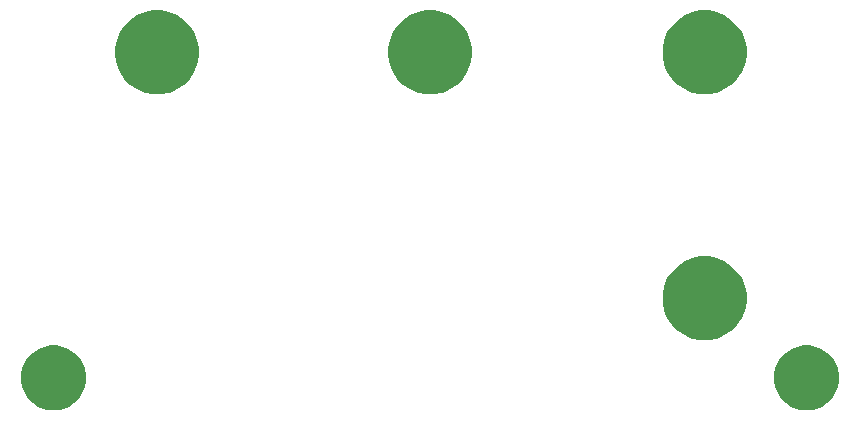
<source format=gbr>
G04 #@! TF.GenerationSoftware,KiCad,Pcbnew,(5.1.6-0-10_14)*
G04 #@! TF.CreationDate,2020-06-02T19:47:16-04:00*
G04 #@! TF.ProjectId,RX EQ Shield - Faceplate,52582045-5120-4536-9869-656c64202d20,rev?*
G04 #@! TF.SameCoordinates,Original*
G04 #@! TF.FileFunction,Soldermask,Bot*
G04 #@! TF.FilePolarity,Negative*
%FSLAX46Y46*%
G04 Gerber Fmt 4.6, Leading zero omitted, Abs format (unit mm)*
G04 Created by KiCad (PCBNEW (5.1.6-0-10_14)) date 2020-06-02 19:47:16*
%MOMM*%
%LPD*%
G01*
G04 APERTURE LIST*
%ADD10C,0.100000*%
G04 APERTURE END LIST*
D10*
G36*
X168938693Y-151733859D02*
G01*
X169204437Y-151786719D01*
X169705087Y-151994095D01*
X169885561Y-152114684D01*
X170155660Y-152295158D01*
X170538842Y-152678340D01*
X170719316Y-152948439D01*
X170839905Y-153128913D01*
X171047281Y-153629563D01*
X171153000Y-154161050D01*
X171153000Y-154702950D01*
X171047281Y-155234437D01*
X170839905Y-155735087D01*
X170719316Y-155915561D01*
X170538842Y-156185660D01*
X170155660Y-156568842D01*
X169885561Y-156749316D01*
X169705087Y-156869905D01*
X169204437Y-157077281D01*
X168938694Y-157130140D01*
X168672951Y-157183000D01*
X168131049Y-157183000D01*
X167865306Y-157130140D01*
X167599563Y-157077281D01*
X167098913Y-156869905D01*
X166918439Y-156749316D01*
X166648340Y-156568842D01*
X166265158Y-156185660D01*
X166084684Y-155915561D01*
X165964095Y-155735087D01*
X165756719Y-155234437D01*
X165651000Y-154702950D01*
X165651000Y-154161050D01*
X165756719Y-153629563D01*
X165964095Y-153128913D01*
X166084684Y-152948439D01*
X166265158Y-152678340D01*
X166648340Y-152295158D01*
X166918439Y-152114684D01*
X167098913Y-151994095D01*
X167599563Y-151786719D01*
X167865307Y-151733859D01*
X168131049Y-151681000D01*
X168672951Y-151681000D01*
X168938693Y-151733859D01*
G37*
G36*
X105184693Y-151733859D02*
G01*
X105450437Y-151786719D01*
X105951087Y-151994095D01*
X106131561Y-152114684D01*
X106401660Y-152295158D01*
X106784842Y-152678340D01*
X106965316Y-152948439D01*
X107085905Y-153128913D01*
X107293281Y-153629563D01*
X107399000Y-154161050D01*
X107399000Y-154702950D01*
X107293281Y-155234437D01*
X107085905Y-155735087D01*
X106965316Y-155915561D01*
X106784842Y-156185660D01*
X106401660Y-156568842D01*
X106131561Y-156749316D01*
X105951087Y-156869905D01*
X105450437Y-157077281D01*
X105184694Y-157130140D01*
X104918951Y-157183000D01*
X104377049Y-157183000D01*
X104111306Y-157130140D01*
X103845563Y-157077281D01*
X103344913Y-156869905D01*
X103164439Y-156749316D01*
X102894340Y-156568842D01*
X102511158Y-156185660D01*
X102330684Y-155915561D01*
X102210095Y-155735087D01*
X102002719Y-155234437D01*
X101897000Y-154702950D01*
X101897000Y-154161050D01*
X102002719Y-153629563D01*
X102210095Y-153128913D01*
X102330684Y-152948439D01*
X102511158Y-152678340D01*
X102894340Y-152295158D01*
X103164439Y-152114684D01*
X103344913Y-151994095D01*
X103845563Y-151786719D01*
X104111307Y-151733859D01*
X104377049Y-151681000D01*
X104918951Y-151681000D01*
X105184693Y-151733859D01*
G37*
G36*
X160801787Y-144279462D02*
G01*
X160801790Y-144279463D01*
X160801789Y-144279463D01*
X161448029Y-144547144D01*
X162029631Y-144935758D01*
X162524242Y-145430369D01*
X162912856Y-146011971D01*
X162912856Y-146011972D01*
X163180538Y-146658213D01*
X163317000Y-147344256D01*
X163317000Y-148043744D01*
X163180538Y-148729787D01*
X163180537Y-148729789D01*
X162912856Y-149376029D01*
X162524242Y-149957631D01*
X162029631Y-150452242D01*
X161448029Y-150840856D01*
X160991068Y-151030135D01*
X160801787Y-151108538D01*
X160115744Y-151245000D01*
X159416256Y-151245000D01*
X158730213Y-151108538D01*
X158540932Y-151030135D01*
X158083971Y-150840856D01*
X157502369Y-150452242D01*
X157007758Y-149957631D01*
X156619144Y-149376029D01*
X156351463Y-148729789D01*
X156351462Y-148729787D01*
X156215000Y-148043744D01*
X156215000Y-147344256D01*
X156351462Y-146658213D01*
X156619144Y-146011972D01*
X156619144Y-146011971D01*
X157007758Y-145430369D01*
X157502369Y-144935758D01*
X158083971Y-144547144D01*
X158730211Y-144279463D01*
X158730210Y-144279463D01*
X158730213Y-144279462D01*
X159416256Y-144143000D01*
X160115744Y-144143000D01*
X160801787Y-144279462D01*
G37*
G36*
X160801787Y-123451462D02*
G01*
X160801790Y-123451463D01*
X160801789Y-123451463D01*
X161448029Y-123719144D01*
X162029631Y-124107758D01*
X162524242Y-124602369D01*
X162912856Y-125183971D01*
X162912856Y-125183972D01*
X163180538Y-125830213D01*
X163317000Y-126516256D01*
X163317000Y-127215744D01*
X163180538Y-127901787D01*
X163180537Y-127901789D01*
X162912856Y-128548029D01*
X162524242Y-129129631D01*
X162029631Y-129624242D01*
X161448029Y-130012856D01*
X160991068Y-130202135D01*
X160801787Y-130280538D01*
X160115744Y-130417000D01*
X159416256Y-130417000D01*
X158730213Y-130280538D01*
X158540932Y-130202135D01*
X158083971Y-130012856D01*
X157502369Y-129624242D01*
X157007758Y-129129631D01*
X156619144Y-128548029D01*
X156351463Y-127901789D01*
X156351462Y-127901787D01*
X156215000Y-127215744D01*
X156215000Y-126516256D01*
X156351462Y-125830213D01*
X156619144Y-125183972D01*
X156619144Y-125183971D01*
X157007758Y-124602369D01*
X157502369Y-124107758D01*
X158083971Y-123719144D01*
X158730211Y-123451463D01*
X158730210Y-123451463D01*
X158730213Y-123451462D01*
X159416256Y-123315000D01*
X160115744Y-123315000D01*
X160801787Y-123451462D01*
G37*
G36*
X137560787Y-123451462D02*
G01*
X137560790Y-123451463D01*
X137560789Y-123451463D01*
X138207029Y-123719144D01*
X138788631Y-124107758D01*
X139283242Y-124602369D01*
X139671856Y-125183971D01*
X139671856Y-125183972D01*
X139939538Y-125830213D01*
X140076000Y-126516256D01*
X140076000Y-127215744D01*
X139939538Y-127901787D01*
X139939537Y-127901789D01*
X139671856Y-128548029D01*
X139283242Y-129129631D01*
X138788631Y-129624242D01*
X138207029Y-130012856D01*
X137750068Y-130202135D01*
X137560787Y-130280538D01*
X136874744Y-130417000D01*
X136175256Y-130417000D01*
X135489213Y-130280538D01*
X135299932Y-130202135D01*
X134842971Y-130012856D01*
X134261369Y-129624242D01*
X133766758Y-129129631D01*
X133378144Y-128548029D01*
X133110463Y-127901789D01*
X133110462Y-127901787D01*
X132974000Y-127215744D01*
X132974000Y-126516256D01*
X133110462Y-125830213D01*
X133378144Y-125183972D01*
X133378144Y-125183971D01*
X133766758Y-124602369D01*
X134261369Y-124107758D01*
X134842971Y-123719144D01*
X135489211Y-123451463D01*
X135489210Y-123451463D01*
X135489213Y-123451462D01*
X136175256Y-123315000D01*
X136874744Y-123315000D01*
X137560787Y-123451462D01*
G37*
G36*
X114446787Y-123451462D02*
G01*
X114446790Y-123451463D01*
X114446789Y-123451463D01*
X115093029Y-123719144D01*
X115674631Y-124107758D01*
X116169242Y-124602369D01*
X116557856Y-125183971D01*
X116557856Y-125183972D01*
X116825538Y-125830213D01*
X116962000Y-126516256D01*
X116962000Y-127215744D01*
X116825538Y-127901787D01*
X116825537Y-127901789D01*
X116557856Y-128548029D01*
X116169242Y-129129631D01*
X115674631Y-129624242D01*
X115093029Y-130012856D01*
X114636068Y-130202135D01*
X114446787Y-130280538D01*
X113760744Y-130417000D01*
X113061256Y-130417000D01*
X112375213Y-130280538D01*
X112185932Y-130202135D01*
X111728971Y-130012856D01*
X111147369Y-129624242D01*
X110652758Y-129129631D01*
X110264144Y-128548029D01*
X109996463Y-127901789D01*
X109996462Y-127901787D01*
X109860000Y-127215744D01*
X109860000Y-126516256D01*
X109996462Y-125830213D01*
X110264144Y-125183972D01*
X110264144Y-125183971D01*
X110652758Y-124602369D01*
X111147369Y-124107758D01*
X111728971Y-123719144D01*
X112375211Y-123451463D01*
X112375210Y-123451463D01*
X112375213Y-123451462D01*
X113061256Y-123315000D01*
X113760744Y-123315000D01*
X114446787Y-123451462D01*
G37*
M02*

</source>
